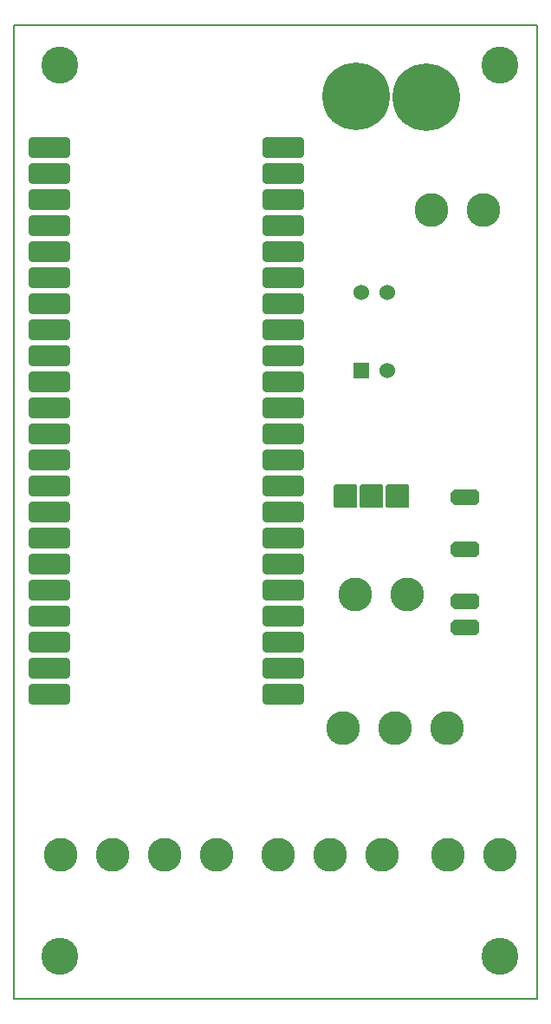
<source format=gbr>
G04 PROTEUS GERBER X2 FILE*
%TF.GenerationSoftware,Labcenter,Proteus,8.13-SP0-Build31525*%
%TF.CreationDate,2024-05-12T14:24:26+00:00*%
%TF.FileFunction,Soldermask,Top*%
%TF.FilePolarity,Negative*%
%TF.Part,Single*%
%TF.SameCoordinates,{a0f7e056-3ba2-47e4-9380-b7f19c802b0c}*%
%FSLAX45Y45*%
%MOMM*%
G01*
%AMPPAD020*
4,1,36,
-2.032000,-0.584200,
-2.032000,0.584200,
-2.023410,0.672490,
-1.998690,0.754130,
-1.959420,0.827560,
-1.907180,0.891180,
-1.843560,0.943420,
-1.770130,0.982690,
-1.688490,1.007410,
-1.600200,1.016000,
1.600200,1.016000,
1.688490,1.007410,
1.770130,0.982690,
1.843560,0.943420,
1.907180,0.891180,
1.959420,0.827560,
1.998690,0.754130,
2.023410,0.672490,
2.032000,0.584200,
2.032000,-0.584200,
2.023410,-0.672490,
1.998690,-0.754130,
1.959420,-0.827560,
1.907180,-0.891180,
1.843560,-0.943420,
1.770130,-0.982690,
1.688490,-1.007410,
1.600200,-1.016000,
-1.600200,-1.016000,
-1.688490,-1.007410,
-1.770130,-0.982690,
-1.843560,-0.943420,
-1.907180,-0.891180,
-1.959420,-0.827560,
-1.998690,-0.754130,
-2.023410,-0.672490,
-2.032000,-0.584200,
0*%
%TA.AperFunction,Material*%
%ADD28PPAD020*%
%TA.AperFunction,Material*%
%ADD29C,3.302000*%
%AMPPAD022*
4,1,8,
-1.397000,-0.433600,
-1.397000,0.433600,
-1.068600,0.762000,
1.068600,0.762000,
1.397000,0.433600,
1.397000,-0.433600,
1.068600,-0.762000,
-1.068600,-0.762000,
-1.397000,-0.433600,
0*%
%ADD72PPAD022*%
%AMPPAD023*
4,1,36,
-1.016000,1.143000,
1.016000,1.143000,
1.041970,1.140470,
1.065980,1.133200,
1.087580,1.121650,
1.106290,1.106290,
1.121650,1.087570,
1.133200,1.065980,
1.140470,1.041970,
1.143000,1.016000,
1.143000,-1.016000,
1.140470,-1.041970,
1.133200,-1.065980,
1.121650,-1.087570,
1.106290,-1.106290,
1.087580,-1.121650,
1.065980,-1.133200,
1.041970,-1.140470,
1.016000,-1.143000,
-1.016000,-1.143000,
-1.041970,-1.140470,
-1.065980,-1.133200,
-1.087580,-1.121650,
-1.106290,-1.106290,
-1.121650,-1.087570,
-1.133200,-1.065980,
-1.140470,-1.041970,
-1.143000,-1.016000,
-1.143000,1.016000,
-1.140470,1.041970,
-1.133200,1.065980,
-1.121650,1.087570,
-1.106290,1.106290,
-1.087580,1.121650,
-1.065980,1.133200,
-1.041970,1.140470,
-1.016000,1.143000,
0*%
%TA.AperFunction,Material*%
%ADD73PPAD023*%
%AMPPAD024*
4,1,36,
-0.635000,0.762000,
0.635000,0.762000,
0.660970,0.759470,
0.684980,0.752200,
0.706580,0.740650,
0.725290,0.725290,
0.740650,0.706570,
0.752200,0.684980,
0.759470,0.660970,
0.762000,0.635000,
0.762000,-0.635000,
0.759470,-0.660970,
0.752200,-0.684980,
0.740650,-0.706570,
0.725290,-0.725290,
0.706580,-0.740650,
0.684980,-0.752200,
0.660970,-0.759470,
0.635000,-0.762000,
-0.635000,-0.762000,
-0.660970,-0.759470,
-0.684980,-0.752200,
-0.706580,-0.740650,
-0.725290,-0.725290,
-0.740650,-0.706570,
-0.752200,-0.684980,
-0.759470,-0.660970,
-0.762000,-0.635000,
-0.762000,0.635000,
-0.759470,0.660970,
-0.752200,0.684980,
-0.740650,0.706570,
-0.725290,0.725290,
-0.706580,0.740650,
-0.684980,0.752200,
-0.660970,0.759470,
-0.635000,0.762000,
0*%
%TA.AperFunction,Material*%
%ADD30PPAD024*%
%ADD31C,1.524000*%
%TA.AperFunction,Material*%
%ADD32C,3.606800*%
%ADD33C,6.604000*%
%TA.AperFunction,Profile*%
%ADD22C,0.203200*%
%TD.AperFunction*%
D28*
X-1651000Y+4953000D03*
X-1651000Y+4699000D03*
X-1651000Y+4445000D03*
X-1651000Y+4191000D03*
X-1651000Y+3937000D03*
X-1651000Y+3683000D03*
X-1651000Y+3429000D03*
X-1651000Y+3175000D03*
X-1651000Y+2921000D03*
X-1651000Y+2667000D03*
X-1651000Y+2413000D03*
X-1651000Y+2159000D03*
X-1651000Y+1905000D03*
X-1651000Y+1651000D03*
X-1651000Y+1397000D03*
X-1651000Y+1143000D03*
X-1651000Y+889000D03*
X-1651000Y+635000D03*
X-1651000Y+381000D03*
X-1651000Y+127000D03*
X-1651000Y-127000D03*
X-1651000Y-381000D03*
X+635000Y-381000D03*
X+635000Y-127000D03*
X+635000Y+127000D03*
X+635000Y+381000D03*
X+635000Y+635000D03*
X+635000Y+889000D03*
X+635000Y+1143000D03*
X+635000Y+1397000D03*
X+635000Y+1651000D03*
X+635000Y+1905000D03*
X+635000Y+2159000D03*
X+635000Y+2413000D03*
X+635000Y+2667000D03*
X+635000Y+2921000D03*
X+635000Y+3175000D03*
X+635000Y+3429000D03*
X+635000Y+3683000D03*
X+635000Y+3937000D03*
X+635000Y+4191000D03*
X+635000Y+4445000D03*
X+635000Y+4699000D03*
X+635000Y+4953000D03*
D29*
X-20700Y-1943100D03*
X-528700Y-1943100D03*
X-1036700Y-1943100D03*
X-1544700Y-1943100D03*
X+2747900Y-1943100D03*
X+2239900Y-1943100D03*
D72*
X+2409500Y+272100D03*
X+2409500Y+526100D03*
X+2409500Y+1034100D03*
X+2409500Y+1542100D03*
D29*
X+584200Y-1943100D03*
X+1092200Y-1943100D03*
X+1600200Y-1943100D03*
X+2080300Y+4346100D03*
X+2588300Y+4346100D03*
X+1333500Y+596900D03*
X+1841500Y+596900D03*
D73*
X+1244600Y+1549400D03*
X+1498600Y+1549400D03*
X+1752600Y+1549400D03*
D30*
X+1393550Y+2777850D03*
D31*
X+1647550Y+2777850D03*
X+1647550Y+3539850D03*
X+1393550Y+3539850D03*
D32*
X-1550000Y+5760000D03*
X+2750000Y+5760000D03*
X-1550000Y-2940000D03*
X+2750000Y-2940000D03*
D33*
X+2030000Y+5440000D03*
X+1350000Y+5450000D03*
D29*
X+1220000Y-710000D03*
X+1728000Y-710000D03*
X+2236000Y-710000D03*
D22*
X-1995300Y-3350000D02*
X+3114700Y-3350000D01*
X+3114700Y+6150000D01*
X-1995300Y+6150000D01*
X-1995300Y-3350000D01*
M02*

</source>
